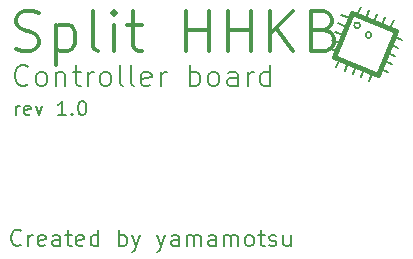
<source format=gto>
G04 #@! TF.GenerationSoftware,KiCad,Pcbnew,(5.0.2)-1*
G04 #@! TF.CreationDate,2020-04-01T19:52:44+09:00*
G04 #@! TF.ProjectId,controller,636f6e74-726f-46c6-9c65-722e6b696361,rev?*
G04 #@! TF.SameCoordinates,Original*
G04 #@! TF.FileFunction,Legend,Top*
G04 #@! TF.FilePolarity,Positive*
%FSLAX46Y46*%
G04 Gerber Fmt 4.6, Leading zero omitted, Abs format (unit mm)*
G04 Created by KiCad (PCBNEW (5.0.2)-1) date 2020/04/01 19:52:44*
%MOMM*%
%LPD*%
G01*
G04 APERTURE LIST*
%ADD10C,0.200000*%
%ADD11C,0.300000*%
%ADD12C,0.150000*%
%ADD13C,0.400000*%
G04 APERTURE END LIST*
D10*
X51657142Y-60642857D02*
X51657142Y-59842857D01*
X51657142Y-60071428D02*
X51714285Y-59957142D01*
X51771428Y-59900000D01*
X51885714Y-59842857D01*
X52000000Y-59842857D01*
X52857142Y-60585714D02*
X52742857Y-60642857D01*
X52514285Y-60642857D01*
X52400000Y-60585714D01*
X52342857Y-60471428D01*
X52342857Y-60014285D01*
X52400000Y-59900000D01*
X52514285Y-59842857D01*
X52742857Y-59842857D01*
X52857142Y-59900000D01*
X52914285Y-60014285D01*
X52914285Y-60128571D01*
X52342857Y-60242857D01*
X53314285Y-59842857D02*
X53600000Y-60642857D01*
X53885714Y-59842857D01*
X55885714Y-60642857D02*
X55200000Y-60642857D01*
X55542857Y-60642857D02*
X55542857Y-59442857D01*
X55428571Y-59614285D01*
X55314285Y-59728571D01*
X55200000Y-59785714D01*
X56400000Y-60528571D02*
X56457142Y-60585714D01*
X56400000Y-60642857D01*
X56342857Y-60585714D01*
X56400000Y-60528571D01*
X56400000Y-60642857D01*
X57200000Y-59442857D02*
X57314285Y-59442857D01*
X57428571Y-59500000D01*
X57485714Y-59557142D01*
X57542857Y-59671428D01*
X57600000Y-59900000D01*
X57600000Y-60185714D01*
X57542857Y-60414285D01*
X57485714Y-60528571D01*
X57428571Y-60585714D01*
X57314285Y-60642857D01*
X57200000Y-60642857D01*
X57085714Y-60585714D01*
X57028571Y-60528571D01*
X56971428Y-60414285D01*
X56914285Y-60185714D01*
X56914285Y-59900000D01*
X56971428Y-59671428D01*
X57028571Y-59557142D01*
X57085714Y-59500000D01*
X57200000Y-59442857D01*
X52671428Y-58042857D02*
X52585714Y-58128571D01*
X52328571Y-58214285D01*
X52157142Y-58214285D01*
X51900000Y-58128571D01*
X51728571Y-57957142D01*
X51642857Y-57785714D01*
X51557142Y-57442857D01*
X51557142Y-57185714D01*
X51642857Y-56842857D01*
X51728571Y-56671428D01*
X51900000Y-56500000D01*
X52157142Y-56414285D01*
X52328571Y-56414285D01*
X52585714Y-56500000D01*
X52671428Y-56585714D01*
X53700000Y-58214285D02*
X53528571Y-58128571D01*
X53442857Y-58042857D01*
X53357142Y-57871428D01*
X53357142Y-57357142D01*
X53442857Y-57185714D01*
X53528571Y-57100000D01*
X53700000Y-57014285D01*
X53957142Y-57014285D01*
X54128571Y-57100000D01*
X54214285Y-57185714D01*
X54300000Y-57357142D01*
X54300000Y-57871428D01*
X54214285Y-58042857D01*
X54128571Y-58128571D01*
X53957142Y-58214285D01*
X53700000Y-58214285D01*
X55071428Y-57014285D02*
X55071428Y-58214285D01*
X55071428Y-57185714D02*
X55157142Y-57100000D01*
X55328571Y-57014285D01*
X55585714Y-57014285D01*
X55757142Y-57100000D01*
X55842857Y-57271428D01*
X55842857Y-58214285D01*
X56442857Y-57014285D02*
X57128571Y-57014285D01*
X56700000Y-56414285D02*
X56700000Y-57957142D01*
X56785714Y-58128571D01*
X56957142Y-58214285D01*
X57128571Y-58214285D01*
X57728571Y-58214285D02*
X57728571Y-57014285D01*
X57728571Y-57357142D02*
X57814285Y-57185714D01*
X57900000Y-57100000D01*
X58071428Y-57014285D01*
X58242857Y-57014285D01*
X59100000Y-58214285D02*
X58928571Y-58128571D01*
X58842857Y-58042857D01*
X58757142Y-57871428D01*
X58757142Y-57357142D01*
X58842857Y-57185714D01*
X58928571Y-57100000D01*
X59100000Y-57014285D01*
X59357142Y-57014285D01*
X59528571Y-57100000D01*
X59614285Y-57185714D01*
X59700000Y-57357142D01*
X59700000Y-57871428D01*
X59614285Y-58042857D01*
X59528571Y-58128571D01*
X59357142Y-58214285D01*
X59100000Y-58214285D01*
X60728571Y-58214285D02*
X60557142Y-58128571D01*
X60471428Y-57957142D01*
X60471428Y-56414285D01*
X61671428Y-58214285D02*
X61500000Y-58128571D01*
X61414285Y-57957142D01*
X61414285Y-56414285D01*
X63042857Y-58128571D02*
X62871428Y-58214285D01*
X62528571Y-58214285D01*
X62357142Y-58128571D01*
X62271428Y-57957142D01*
X62271428Y-57271428D01*
X62357142Y-57100000D01*
X62528571Y-57014285D01*
X62871428Y-57014285D01*
X63042857Y-57100000D01*
X63128571Y-57271428D01*
X63128571Y-57442857D01*
X62271428Y-57614285D01*
X63900000Y-58214285D02*
X63900000Y-57014285D01*
X63900000Y-57357142D02*
X63985714Y-57185714D01*
X64071428Y-57100000D01*
X64242857Y-57014285D01*
X64414285Y-57014285D01*
X66385714Y-58214285D02*
X66385714Y-56414285D01*
X66385714Y-57100000D02*
X66557142Y-57014285D01*
X66900000Y-57014285D01*
X67071428Y-57100000D01*
X67157142Y-57185714D01*
X67242857Y-57357142D01*
X67242857Y-57871428D01*
X67157142Y-58042857D01*
X67071428Y-58128571D01*
X66900000Y-58214285D01*
X66557142Y-58214285D01*
X66385714Y-58128571D01*
X68271428Y-58214285D02*
X68100000Y-58128571D01*
X68014285Y-58042857D01*
X67928571Y-57871428D01*
X67928571Y-57357142D01*
X68014285Y-57185714D01*
X68100000Y-57100000D01*
X68271428Y-57014285D01*
X68528571Y-57014285D01*
X68700000Y-57100000D01*
X68785714Y-57185714D01*
X68871428Y-57357142D01*
X68871428Y-57871428D01*
X68785714Y-58042857D01*
X68700000Y-58128571D01*
X68528571Y-58214285D01*
X68271428Y-58214285D01*
X70414285Y-58214285D02*
X70414285Y-57271428D01*
X70328571Y-57100000D01*
X70157142Y-57014285D01*
X69814285Y-57014285D01*
X69642857Y-57100000D01*
X70414285Y-58128571D02*
X70242857Y-58214285D01*
X69814285Y-58214285D01*
X69642857Y-58128571D01*
X69557142Y-57957142D01*
X69557142Y-57785714D01*
X69642857Y-57614285D01*
X69814285Y-57528571D01*
X70242857Y-57528571D01*
X70414285Y-57442857D01*
X71271428Y-58214285D02*
X71271428Y-57014285D01*
X71271428Y-57357142D02*
X71357142Y-57185714D01*
X71442857Y-57100000D01*
X71614285Y-57014285D01*
X71785714Y-57014285D01*
X73157142Y-58214285D02*
X73157142Y-56414285D01*
X73157142Y-58128571D02*
X72985714Y-58214285D01*
X72642857Y-58214285D01*
X72471428Y-58128571D01*
X72385714Y-58042857D01*
X72300000Y-57871428D01*
X72300000Y-57357142D01*
X72385714Y-57185714D01*
X72471428Y-57100000D01*
X72642857Y-57014285D01*
X72985714Y-57014285D01*
X73157142Y-57100000D01*
D11*
X51661904Y-55076190D02*
X52147619Y-55238095D01*
X52957142Y-55238095D01*
X53280952Y-55076190D01*
X53442857Y-54914285D01*
X53604761Y-54590476D01*
X53604761Y-54266666D01*
X53442857Y-53942857D01*
X53280952Y-53780952D01*
X52957142Y-53619047D01*
X52309523Y-53457142D01*
X51985714Y-53295238D01*
X51823809Y-53133333D01*
X51661904Y-52809523D01*
X51661904Y-52485714D01*
X51823809Y-52161904D01*
X51985714Y-52000000D01*
X52309523Y-51838095D01*
X53119047Y-51838095D01*
X53604761Y-52000000D01*
X55061904Y-52971428D02*
X55061904Y-56371428D01*
X55061904Y-53133333D02*
X55385714Y-52971428D01*
X56033333Y-52971428D01*
X56357142Y-53133333D01*
X56519047Y-53295238D01*
X56680952Y-53619047D01*
X56680952Y-54590476D01*
X56519047Y-54914285D01*
X56357142Y-55076190D01*
X56033333Y-55238095D01*
X55385714Y-55238095D01*
X55061904Y-55076190D01*
X58623809Y-55238095D02*
X58300000Y-55076190D01*
X58138095Y-54752380D01*
X58138095Y-51838095D01*
X59919047Y-55238095D02*
X59919047Y-52971428D01*
X59919047Y-51838095D02*
X59757142Y-52000000D01*
X59919047Y-52161904D01*
X60080952Y-52000000D01*
X59919047Y-51838095D01*
X59919047Y-52161904D01*
X61052380Y-52971428D02*
X62347619Y-52971428D01*
X61538095Y-51838095D02*
X61538095Y-54752380D01*
X61700000Y-55076190D01*
X62023809Y-55238095D01*
X62347619Y-55238095D01*
X66071428Y-55238095D02*
X66071428Y-51838095D01*
X66071428Y-53457142D02*
X68014285Y-53457142D01*
X68014285Y-55238095D02*
X68014285Y-51838095D01*
X69633333Y-55238095D02*
X69633333Y-51838095D01*
X69633333Y-53457142D02*
X71576190Y-53457142D01*
X71576190Y-55238095D02*
X71576190Y-51838095D01*
X73195238Y-55238095D02*
X73195238Y-51838095D01*
X75138095Y-55238095D02*
X73680952Y-53295238D01*
X75138095Y-51838095D02*
X73195238Y-53780952D01*
X77728571Y-53457142D02*
X78214285Y-53619047D01*
X78376190Y-53780952D01*
X78538095Y-54104761D01*
X78538095Y-54590476D01*
X78376190Y-54914285D01*
X78214285Y-55076190D01*
X77890476Y-55238095D01*
X76595238Y-55238095D01*
X76595238Y-51838095D01*
X77728571Y-51838095D01*
X78052380Y-52000000D01*
X78214285Y-52161904D01*
X78376190Y-52485714D01*
X78376190Y-52809523D01*
X78214285Y-53133333D01*
X78052380Y-53295238D01*
X77728571Y-53457142D01*
X76595238Y-53457142D01*
D10*
X52100000Y-71600000D02*
X52033333Y-71666666D01*
X51833333Y-71733333D01*
X51700000Y-71733333D01*
X51500000Y-71666666D01*
X51366666Y-71533333D01*
X51300000Y-71400000D01*
X51233333Y-71133333D01*
X51233333Y-70933333D01*
X51300000Y-70666666D01*
X51366666Y-70533333D01*
X51500000Y-70400000D01*
X51700000Y-70333333D01*
X51833333Y-70333333D01*
X52033333Y-70400000D01*
X52100000Y-70466666D01*
X52700000Y-71733333D02*
X52700000Y-70800000D01*
X52700000Y-71066666D02*
X52766666Y-70933333D01*
X52833333Y-70866666D01*
X52966666Y-70800000D01*
X53100000Y-70800000D01*
X54100000Y-71666666D02*
X53966666Y-71733333D01*
X53700000Y-71733333D01*
X53566666Y-71666666D01*
X53500000Y-71533333D01*
X53500000Y-71000000D01*
X53566666Y-70866666D01*
X53700000Y-70800000D01*
X53966666Y-70800000D01*
X54100000Y-70866666D01*
X54166666Y-71000000D01*
X54166666Y-71133333D01*
X53500000Y-71266666D01*
X55366666Y-71733333D02*
X55366666Y-71000000D01*
X55300000Y-70866666D01*
X55166666Y-70800000D01*
X54900000Y-70800000D01*
X54766666Y-70866666D01*
X55366666Y-71666666D02*
X55233333Y-71733333D01*
X54900000Y-71733333D01*
X54766666Y-71666666D01*
X54700000Y-71533333D01*
X54700000Y-71400000D01*
X54766666Y-71266666D01*
X54900000Y-71200000D01*
X55233333Y-71200000D01*
X55366666Y-71133333D01*
X55833333Y-70800000D02*
X56366666Y-70800000D01*
X56033333Y-70333333D02*
X56033333Y-71533333D01*
X56100000Y-71666666D01*
X56233333Y-71733333D01*
X56366666Y-71733333D01*
X57366666Y-71666666D02*
X57233333Y-71733333D01*
X56966666Y-71733333D01*
X56833333Y-71666666D01*
X56766666Y-71533333D01*
X56766666Y-71000000D01*
X56833333Y-70866666D01*
X56966666Y-70800000D01*
X57233333Y-70800000D01*
X57366666Y-70866666D01*
X57433333Y-71000000D01*
X57433333Y-71133333D01*
X56766666Y-71266666D01*
X58633333Y-71733333D02*
X58633333Y-70333333D01*
X58633333Y-71666666D02*
X58500000Y-71733333D01*
X58233333Y-71733333D01*
X58100000Y-71666666D01*
X58033333Y-71600000D01*
X57966666Y-71466666D01*
X57966666Y-71066666D01*
X58033333Y-70933333D01*
X58100000Y-70866666D01*
X58233333Y-70800000D01*
X58500000Y-70800000D01*
X58633333Y-70866666D01*
X60366666Y-71733333D02*
X60366666Y-70333333D01*
X60366666Y-70866666D02*
X60500000Y-70800000D01*
X60766666Y-70800000D01*
X60900000Y-70866666D01*
X60966666Y-70933333D01*
X61033333Y-71066666D01*
X61033333Y-71466666D01*
X60966666Y-71600000D01*
X60900000Y-71666666D01*
X60766666Y-71733333D01*
X60500000Y-71733333D01*
X60366666Y-71666666D01*
X61500000Y-70800000D02*
X61833333Y-71733333D01*
X62166666Y-70800000D02*
X61833333Y-71733333D01*
X61700000Y-72066666D01*
X61633333Y-72133333D01*
X61500000Y-72200000D01*
X63633333Y-70800000D02*
X63966666Y-71733333D01*
X64299999Y-70800000D02*
X63966666Y-71733333D01*
X63833333Y-72066666D01*
X63766666Y-72133333D01*
X63633333Y-72200000D01*
X65433333Y-71733333D02*
X65433333Y-71000000D01*
X65366666Y-70866666D01*
X65233333Y-70800000D01*
X64966666Y-70800000D01*
X64833333Y-70866666D01*
X65433333Y-71666666D02*
X65299999Y-71733333D01*
X64966666Y-71733333D01*
X64833333Y-71666666D01*
X64766666Y-71533333D01*
X64766666Y-71400000D01*
X64833333Y-71266666D01*
X64966666Y-71200000D01*
X65299999Y-71200000D01*
X65433333Y-71133333D01*
X66099999Y-71733333D02*
X66099999Y-70800000D01*
X66099999Y-70933333D02*
X66166666Y-70866666D01*
X66299999Y-70800000D01*
X66499999Y-70800000D01*
X66633333Y-70866666D01*
X66699999Y-71000000D01*
X66699999Y-71733333D01*
X66699999Y-71000000D02*
X66766666Y-70866666D01*
X66899999Y-70800000D01*
X67099999Y-70800000D01*
X67233333Y-70866666D01*
X67300000Y-71000000D01*
X67300000Y-71733333D01*
X68566666Y-71733333D02*
X68566666Y-71000000D01*
X68500000Y-70866666D01*
X68366666Y-70800000D01*
X68100000Y-70800000D01*
X67966666Y-70866666D01*
X68566666Y-71666666D02*
X68433333Y-71733333D01*
X68100000Y-71733333D01*
X67966666Y-71666666D01*
X67900000Y-71533333D01*
X67900000Y-71400000D01*
X67966666Y-71266666D01*
X68100000Y-71200000D01*
X68433333Y-71200000D01*
X68566666Y-71133333D01*
X69233333Y-71733333D02*
X69233333Y-70800000D01*
X69233333Y-70933333D02*
X69300000Y-70866666D01*
X69433333Y-70800000D01*
X69633333Y-70800000D01*
X69766666Y-70866666D01*
X69833333Y-71000000D01*
X69833333Y-71733333D01*
X69833333Y-71000000D02*
X69900000Y-70866666D01*
X70033333Y-70800000D01*
X70233333Y-70800000D01*
X70366666Y-70866666D01*
X70433333Y-71000000D01*
X70433333Y-71733333D01*
X71300000Y-71733333D02*
X71166666Y-71666666D01*
X71100000Y-71600000D01*
X71033333Y-71466666D01*
X71033333Y-71066666D01*
X71100000Y-70933333D01*
X71166666Y-70866666D01*
X71300000Y-70800000D01*
X71500000Y-70800000D01*
X71633333Y-70866666D01*
X71700000Y-70933333D01*
X71766666Y-71066666D01*
X71766666Y-71466666D01*
X71700000Y-71600000D01*
X71633333Y-71666666D01*
X71500000Y-71733333D01*
X71300000Y-71733333D01*
X72166666Y-70800000D02*
X72700000Y-70800000D01*
X72366666Y-70333333D02*
X72366666Y-71533333D01*
X72433333Y-71666666D01*
X72566666Y-71733333D01*
X72700000Y-71733333D01*
X73100000Y-71666666D02*
X73233333Y-71733333D01*
X73500000Y-71733333D01*
X73633333Y-71666666D01*
X73700000Y-71533333D01*
X73700000Y-71466666D01*
X73633333Y-71333333D01*
X73500000Y-71266666D01*
X73300000Y-71266666D01*
X73166666Y-71200000D01*
X73100000Y-71066666D01*
X73100000Y-71000000D01*
X73166666Y-70866666D01*
X73300000Y-70800000D01*
X73500000Y-70800000D01*
X73633333Y-70866666D01*
X74900000Y-70800000D02*
X74900000Y-71733333D01*
X74300000Y-70800000D02*
X74300000Y-71533333D01*
X74366666Y-71666666D01*
X74500000Y-71733333D01*
X74700000Y-71733333D01*
X74833333Y-71666666D01*
X74900000Y-71600000D01*
D12*
G04 #@! TO.C,REF\002A\002A*
X81749685Y-53858253D02*
G75*
G03X81749685Y-53858253I-250000J0D01*
G01*
X80786907Y-53037851D02*
G75*
G03X80786907Y-53037851I-250000J0D01*
G01*
D10*
X79907542Y-52460011D02*
X79212154Y-52179056D01*
X78783722Y-55241564D02*
X78088335Y-54960608D01*
X79064677Y-54546175D02*
X78369289Y-54265220D01*
X79626587Y-53155399D02*
X78931199Y-52874444D01*
X79345632Y-53850787D02*
X78650244Y-53569832D01*
X80450787Y-56454368D02*
X80169832Y-57149756D01*
X79060011Y-55892458D02*
X78779056Y-56587846D01*
X81841564Y-57016278D02*
X81560608Y-57711665D01*
X81146175Y-56735323D02*
X80865220Y-57430711D01*
X79755399Y-56173413D02*
X79474444Y-56868801D01*
X83616278Y-53958436D02*
X84311665Y-54239392D01*
X82773413Y-56044601D02*
X83468801Y-56325556D01*
X83054368Y-55349213D02*
X83749756Y-55630168D01*
X83335323Y-54653825D02*
X84030711Y-54934780D01*
X82492458Y-56739989D02*
X83187846Y-57020944D01*
X83339989Y-53307542D02*
X83620944Y-52612154D01*
X82644601Y-53026587D02*
X82925556Y-52331199D01*
X81949213Y-52745632D02*
X82230168Y-52050244D01*
X81253825Y-52464677D02*
X81534780Y-51769289D01*
X80558436Y-52183722D02*
X80839392Y-51488335D01*
D13*
X78596419Y-55705155D02*
X80094845Y-51996419D01*
X82305155Y-57203581D02*
X78596419Y-55705155D01*
X83803581Y-53494845D02*
X82305155Y-57203581D01*
X80094845Y-51996419D02*
X83803581Y-53494845D01*
G04 #@! TD*
M02*

</source>
